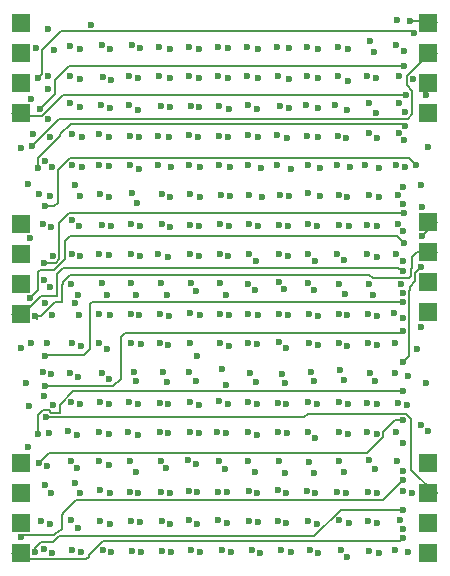
<source format=gbr>
%TF.GenerationSoftware,KiCad,Pcbnew,8.0.2*%
%TF.CreationDate,2024-06-24T13:44:32+02:00*%
%TF.ProjectId,PixelDisplay,50697865-6c44-4697-9370-6c61792e6b69,rev?*%
%TF.SameCoordinates,Original*%
%TF.FileFunction,Copper,L2,Inr*%
%TF.FilePolarity,Positive*%
%FSLAX46Y46*%
G04 Gerber Fmt 4.6, Leading zero omitted, Abs format (unit mm)*
G04 Created by KiCad (PCBNEW 8.0.2) date 2024-06-24 13:44:32*
%MOMM*%
%LPD*%
G01*
G04 APERTURE LIST*
%TA.AperFunction,CastellatedPad*%
%ADD10R,1.500000X1.500000*%
%TD*%
%TA.AperFunction,ViaPad*%
%ADD11C,0.600000*%
%TD*%
%TA.AperFunction,Conductor*%
%ADD12C,0.200000*%
%TD*%
G04 APERTURE END LIST*
D10*
%TO.N,Vdd_str6*%
%TO.C,J6*%
X135350000Y-83540000D03*
%TO.N,Vss_str6*%
X135350000Y-86080000D03*
%TO.N,din_led_pwm_6*%
X135350000Y-88620000D03*
%TO.N,dout_led_pwm_6*%
X135350000Y-91160000D03*
%TD*%
%TO.N,Vdd_str5*%
%TO.C,J5*%
X169850000Y-91190000D03*
%TO.N,Vss_str5*%
X169850000Y-88650000D03*
%TO.N,din_led_pwm_5*%
X169850000Y-86110000D03*
%TO.N,dout_led_pwm_5*%
X169850000Y-83570000D03*
%TD*%
%TO.N,Vdd_str2*%
%TO.C,J2*%
X169850000Y-53880000D03*
%TO.N,Vss_str2*%
X169850000Y-51340000D03*
%TO.N,din_led_pwm_2*%
X169850000Y-48800000D03*
%TO.N,dout_led_pwm_2*%
X169850000Y-46260000D03*
%TD*%
%TO.N,Vdd_str3*%
%TO.C,J3*%
X135350000Y-63260000D03*
%TO.N,Vss_str3*%
X135350000Y-65800000D03*
%TO.N,din_led_pwm_3*%
X135350000Y-68340000D03*
%TO.N,dout_led_pwm_3*%
X135350000Y-70880000D03*
%TD*%
%TO.N,Vdd_str4*%
%TO.C,J4*%
X169850500Y-70760000D03*
%TO.N,Vss_str4*%
X169850500Y-68220000D03*
%TO.N,din_led_pwm_4*%
X169850500Y-65680000D03*
%TO.N,dout_led_pwm_4*%
X169850500Y-63140000D03*
%TD*%
%TO.N,Vdd_str1*%
%TO.C,J1*%
X135350000Y-46290000D03*
%TO.N,Vss_str1*%
X135350000Y-48830000D03*
%TO.N,din_led_pwm_1*%
X135350000Y-51370000D03*
%TO.N,dout_led_pwm_1*%
X135350000Y-53910000D03*
%TD*%
D11*
%TO.N,Vss_str1*%
X136251352Y-52736215D03*
X164800000Y-53050000D03*
X144730000Y-48170000D03*
X154513213Y-48296785D03*
X147068722Y-50761278D03*
X152160000Y-53280000D03*
X152060000Y-48299998D03*
X154610000Y-53260000D03*
X147040000Y-48299998D03*
X159610000Y-50809498D03*
X139520000Y-48230000D03*
X159510000Y-53250000D03*
X142120000Y-53240000D03*
X157262876Y-53321230D03*
X157060000Y-48299998D03*
X139544108Y-50765892D03*
X157101876Y-50755459D03*
X161990000Y-53250000D03*
X149721439Y-53320179D03*
X137630139Y-46770139D03*
X142324906Y-50840944D03*
X139560000Y-53090000D03*
X167156946Y-48140000D03*
X144523851Y-50726149D03*
X152083465Y-50756535D03*
X162200000Y-48299998D03*
X149580000Y-50809498D03*
X167390000Y-53060000D03*
X154514821Y-50807890D03*
X149580000Y-48299998D03*
X137643987Y-50801324D03*
X142230000Y-48120000D03*
X167390000Y-50809498D03*
X162232951Y-50809498D03*
X159610000Y-48299998D03*
X164900000Y-47830000D03*
X147230000Y-53290000D03*
X164690000Y-50770000D03*
X144500000Y-53230000D03*
%TO.N,Vdd_str1*%
X137682414Y-51910092D03*
X147979252Y-53419002D03*
X155420000Y-48440000D03*
X137674952Y-54422866D03*
X152960000Y-53540000D03*
X147990000Y-48440000D03*
X143013469Y-51138238D03*
X142872411Y-48507055D03*
X147990000Y-50909502D03*
X150466552Y-53418448D03*
X155370000Y-53560000D03*
X150469164Y-50909070D03*
X165419386Y-50944642D03*
X145270000Y-53610000D03*
X168559138Y-51000000D03*
X142924906Y-53470000D03*
X152860000Y-50920000D03*
X141290000Y-46430000D03*
X150470000Y-48510000D03*
X145470000Y-48400002D03*
X158030000Y-51010000D03*
X155419857Y-50900714D03*
X160540000Y-50920000D03*
X167240000Y-46020000D03*
X163060000Y-51150000D03*
X158030000Y-48400002D03*
X165290000Y-48740000D03*
X140329291Y-53402548D03*
X160540000Y-48470000D03*
X140330000Y-50980000D03*
X167910000Y-53840000D03*
X163060000Y-48450000D03*
X158020000Y-53470000D03*
X140330000Y-48510000D03*
X138179999Y-48577539D03*
X145240944Y-50945880D03*
X162970000Y-53620000D03*
X152860000Y-48380000D03*
X167800000Y-48691706D03*
X160490000Y-53500000D03*
X165460000Y-53860000D03*
%TO.N,Vdd_str2*%
X140500000Y-55930202D03*
X150395672Y-55920456D03*
X137817043Y-55917043D03*
X142796172Y-58408961D03*
X167707114Y-61600000D03*
X137791612Y-60923993D03*
X148000000Y-61000000D03*
X167808379Y-56212466D03*
X165640334Y-61050790D03*
X152895707Y-55918279D03*
X155775547Y-61024453D03*
X160675161Y-58524839D03*
X163200000Y-58500000D03*
X142800000Y-61000000D03*
X158065547Y-60949202D03*
X140500000Y-58439702D03*
X138000000Y-58439702D03*
X140394307Y-60945759D03*
X160498053Y-55929205D03*
X153080398Y-58459304D03*
X145400000Y-58600000D03*
X160700000Y-60949202D03*
X148100000Y-58500000D03*
X157900000Y-56000000D03*
X145396008Y-55924204D03*
X165684904Y-58515096D03*
X155665418Y-58534582D03*
X147895777Y-55922434D03*
X153100000Y-60949202D03*
X145200000Y-61500000D03*
X162920386Y-55978025D03*
X155395892Y-55915910D03*
X150500000Y-61000000D03*
X142799666Y-55900881D03*
X167845643Y-58511685D03*
X150555675Y-58444325D03*
X163000000Y-61000000D03*
X165500000Y-56000000D03*
X158200000Y-58600000D03*
X135400000Y-56900000D03*
%TO.N,Vss_str2*%
X144800000Y-60700000D03*
X147278854Y-60793958D03*
X139700000Y-55700000D03*
X164800000Y-55600000D03*
X154700000Y-60849198D03*
X154608009Y-55791991D03*
X149700000Y-60800000D03*
X152309386Y-60863045D03*
X149600000Y-58339698D03*
X149600000Y-55800000D03*
X162100000Y-58339698D03*
X136900000Y-60800000D03*
X147000000Y-55830198D03*
X142000000Y-55700000D03*
X164507851Y-58292149D03*
X164806189Y-60853060D03*
X159700000Y-60700000D03*
X142078854Y-60793958D03*
X167390000Y-55590000D03*
X169640000Y-52380000D03*
X136400000Y-55700000D03*
X139900000Y-60000000D03*
X144600000Y-58339698D03*
X152100000Y-58300000D03*
X137390000Y-58000000D03*
X144600000Y-55830198D03*
X157059325Y-55733517D03*
X167130000Y-58287277D03*
X142000000Y-58339698D03*
X159600000Y-55830198D03*
X159700000Y-58339698D03*
X167305181Y-60851774D03*
X154608009Y-58300000D03*
X139707281Y-58343372D03*
X147000000Y-58339698D03*
X162170390Y-55830198D03*
X157320743Y-60861058D03*
X152100000Y-55830198D03*
X162259708Y-60849741D03*
X157059325Y-58339698D03*
X169800000Y-56800000D03*
%TO.N,Vss_str3*%
X142000000Y-65869898D03*
X169300000Y-61900000D03*
X139650000Y-65860000D03*
X152200099Y-65869901D03*
X157200000Y-63360398D03*
X142203684Y-63362562D03*
X157200000Y-68200000D03*
X157200000Y-65869898D03*
X147300000Y-63300000D03*
X167563741Y-68413826D03*
X164700000Y-63360398D03*
X167300000Y-63300000D03*
X149701070Y-65800000D03*
X162100000Y-65869898D03*
X167100000Y-65869898D03*
X152200000Y-63300000D03*
X136000110Y-59900000D03*
X162326285Y-63369221D03*
X147000000Y-65800000D03*
X144700000Y-63300000D03*
X147200000Y-68300000D03*
X154600000Y-68379398D03*
X139600000Y-68379398D03*
X164802116Y-68382742D03*
X142200000Y-68300000D03*
X152200000Y-68300000D03*
X144700000Y-68300000D03*
X159700000Y-63300000D03*
X159700000Y-68300000D03*
X154700000Y-63300000D03*
X149800000Y-68300000D03*
X164700000Y-65800000D03*
X162321353Y-68387259D03*
X139700000Y-63000000D03*
X144702109Y-65871092D03*
X137200000Y-63300000D03*
X159700000Y-65869898D03*
X154700000Y-65869898D03*
X149701070Y-63360565D03*
X137350000Y-68000000D03*
%TO.N,Vdd_str3*%
X155300000Y-66450000D03*
X147700000Y-69350000D03*
X145421146Y-63506042D03*
X137911515Y-63537172D03*
X157997215Y-63459916D03*
X147800000Y-66100000D03*
X165200000Y-69300000D03*
X155200000Y-68900000D03*
X145119364Y-69300000D03*
X152933063Y-66028857D03*
X137800000Y-68600000D03*
X148011515Y-63537171D03*
X169200000Y-60000000D03*
X160300000Y-66400000D03*
X157993409Y-65969222D03*
X138050000Y-66033803D03*
X160434715Y-63450656D03*
X145445566Y-65969960D03*
X167707114Y-69149997D03*
X162709566Y-66306857D03*
X152700000Y-69300000D03*
X167721107Y-63920623D03*
X153000000Y-63500000D03*
X140383987Y-66014166D03*
X142980697Y-63460402D03*
X150436579Y-63507297D03*
X160200000Y-68900000D03*
X155421146Y-63506042D03*
X157668523Y-68785653D03*
X150436579Y-66000000D03*
X140200000Y-69300000D03*
X142609614Y-69300000D03*
X163099898Y-63460504D03*
X165500000Y-63500000D03*
X150200000Y-69000000D03*
X162800000Y-69200000D03*
X140316542Y-63440199D03*
X165500000Y-66100000D03*
X142785385Y-65934805D03*
X167707114Y-66400000D03*
%TO.N,Vdd_str4*%
X167705234Y-71299520D03*
X160536085Y-73504857D03*
X145119364Y-76600000D03*
X138000000Y-71000000D03*
X142900000Y-71000000D03*
X168100000Y-76200000D03*
X165500000Y-71100000D03*
X147839817Y-73523280D03*
X160200000Y-76600000D03*
X137911515Y-76037171D03*
X153000000Y-73600000D03*
X160500000Y-71100000D03*
X135400000Y-73800000D03*
X145400000Y-71000000D03*
X157800000Y-73800000D03*
X165300000Y-76600000D03*
X140170823Y-76235411D03*
X147900000Y-71100000D03*
X155400000Y-71000000D03*
X140411515Y-73637171D03*
X152700000Y-76900000D03*
X155346722Y-73470069D03*
X157700000Y-76800000D03*
X155300000Y-76700000D03*
X162978474Y-73662868D03*
X165510918Y-73501483D03*
X137600000Y-73400000D03*
X163000000Y-71000000D03*
X145500000Y-73500102D03*
X142609614Y-73900000D03*
X158000000Y-71000000D03*
X162700000Y-76500000D03*
X150300000Y-74461149D03*
X142800000Y-76400000D03*
X150500000Y-71000000D03*
X140300000Y-71000000D03*
X168900000Y-73900000D03*
X147700000Y-76700000D03*
X153000000Y-71000000D03*
X150200000Y-76600000D03*
%TO.N,Vss_str4*%
X159792785Y-73404806D03*
X136200000Y-73400000D03*
X137200000Y-75800000D03*
X139900000Y-70000000D03*
X152400000Y-75600000D03*
X154600000Y-70890598D03*
X167023834Y-73358754D03*
X157200000Y-70890598D03*
X144649997Y-70890598D03*
X137400000Y-70000000D03*
X162400000Y-75700000D03*
X162275417Y-73401689D03*
X152200030Y-73400000D03*
X164763230Y-70890878D03*
X154600000Y-73400000D03*
X144708593Y-73401812D03*
X144900000Y-75800000D03*
X162260202Y-70876700D03*
X149600000Y-75800000D03*
X167027790Y-75872210D03*
X159900000Y-75800000D03*
X139700000Y-73400000D03*
X169267172Y-72012929D03*
X154800000Y-75900000D03*
X164767737Y-73400560D03*
X147400000Y-75800000D03*
X159778906Y-70893503D03*
X157500000Y-76000000D03*
X166982589Y-70808009D03*
X142000000Y-73400000D03*
X164900000Y-75900000D03*
X157200000Y-73300000D03*
X142200000Y-75900000D03*
X142000000Y-70890598D03*
X147100000Y-70890598D03*
X149700000Y-70800000D03*
X139500000Y-75900000D03*
X147100000Y-73400098D03*
X149703171Y-73400326D03*
X152200030Y-70890601D03*
%TO.N,Net-(ICled2-DI)*%
X136960000Y-53570000D03*
X167800000Y-49890000D03*
%TO.N,Net-(ICled1-DI)*%
X136800000Y-50909502D03*
X168658737Y-47098253D03*
%TO.N,Net-(ICled41-DI)*%
X168800000Y-58300000D03*
X137400000Y-61800000D03*
%TO.N,Vdd_str5*%
X142842465Y-81100000D03*
X165300000Y-84000000D03*
X160441526Y-78512442D03*
X137600000Y-83800000D03*
X145119364Y-84300000D03*
X142800000Y-83700000D03*
X168035570Y-78609069D03*
X160300000Y-81400000D03*
X137700000Y-81000000D03*
X165498004Y-81100000D03*
X152752732Y-80957185D03*
X155339798Y-81200000D03*
X145275981Y-81200000D03*
X155158364Y-84300000D03*
X147845744Y-81010084D03*
X140099864Y-83985653D03*
X157700000Y-84400000D03*
X140397933Y-78517795D03*
X157849418Y-81000303D03*
X152648614Y-84000000D03*
X147845247Y-78505120D03*
X138090747Y-78609253D03*
X162700000Y-84300000D03*
X136045671Y-78673496D03*
X157846185Y-78519383D03*
X150421146Y-78606042D03*
X142842465Y-78506066D03*
X150200000Y-83600000D03*
X155339798Y-78523300D03*
X167707114Y-81800000D03*
X163039222Y-78526703D03*
X167707114Y-84249997D03*
X160200000Y-84400000D03*
X147668523Y-83985653D03*
X140100000Y-81200000D03*
X163039222Y-81100000D03*
X165498004Y-78518086D03*
X150445629Y-81028335D03*
X145275981Y-78516564D03*
X152869483Y-78501876D03*
%TO.N,Vss_str5*%
X164700000Y-78420798D03*
X144603590Y-83396410D03*
X152003339Y-80926959D03*
X164800000Y-83300000D03*
X159711647Y-83439798D03*
X149702036Y-80930492D03*
X147200000Y-83400000D03*
X142000000Y-83400000D03*
X157102690Y-78420798D03*
X167107114Y-80900000D03*
X147100000Y-78420798D03*
X167308816Y-78423779D03*
X137300000Y-77900000D03*
X141968690Y-80930298D03*
X152100000Y-78300000D03*
X149700000Y-78400000D03*
X149500000Y-83300000D03*
X144543190Y-78356810D03*
X154600000Y-78400000D03*
X154600000Y-80930298D03*
X162300000Y-83400000D03*
X167200000Y-83400000D03*
X139600000Y-83400000D03*
X159700000Y-80900000D03*
X139328964Y-80801334D03*
X139600000Y-78400000D03*
X154600000Y-83400000D03*
X162300000Y-80900000D03*
X136000000Y-82200000D03*
X144423565Y-80876435D03*
X147100000Y-80930298D03*
X157102690Y-80930298D03*
X164700000Y-80930298D03*
X142100000Y-78400000D03*
X135800000Y-76800000D03*
X157200000Y-83400000D03*
X159700000Y-78400000D03*
X162300000Y-78400000D03*
X152100000Y-83400000D03*
%TO.N,Vdd_str6*%
X143021146Y-91106042D03*
X157800000Y-86100000D03*
X160409617Y-88703290D03*
X157839031Y-88607819D03*
X168457784Y-86090745D03*
X140400000Y-86100000D03*
X152798083Y-86003851D03*
X155404208Y-88548281D03*
X142900000Y-88700000D03*
X148053464Y-91070002D03*
X160300000Y-86100000D03*
X140200000Y-89000000D03*
X150296337Y-86007738D03*
X145459518Y-88560394D03*
X165652148Y-91117854D03*
X137895100Y-86048744D03*
X168100000Y-91100000D03*
X150521146Y-91106042D03*
X145543899Y-91106909D03*
X165494318Y-88600000D03*
X152798083Y-88600000D03*
X169200000Y-80300000D03*
X137796559Y-88738543D03*
X142900000Y-86100000D03*
X167707261Y-89140778D03*
X155616605Y-91121311D03*
X163100000Y-88600000D03*
X162900000Y-86100000D03*
X145300000Y-86100000D03*
X153121146Y-91106042D03*
X158200000Y-91070002D03*
X165494318Y-86047864D03*
X162968523Y-91485653D03*
X147987427Y-88687023D03*
X160511515Y-91137171D03*
X140441242Y-91069919D03*
X150296337Y-88700000D03*
X137970823Y-91135411D03*
X155390421Y-86035271D03*
X148000000Y-86100000D03*
%TO.N,Net-(ICled116-DO)*%
X136125166Y-69539297D03*
X167800000Y-64900000D03*
%TO.N,Vss_str6*%
X142100000Y-85800000D03*
X137400000Y-85400000D03*
X152048096Y-85950998D03*
X139600000Y-88400000D03*
X144803016Y-90990305D03*
X152400000Y-90900000D03*
X159700000Y-88460498D03*
X157400000Y-90900000D03*
X167500000Y-88400000D03*
X166994965Y-90905035D03*
X137300000Y-90800000D03*
X162160202Y-85950998D03*
X157103640Y-85821455D03*
X139700000Y-90900000D03*
X164746091Y-88460498D03*
X164803322Y-90973491D03*
X159800000Y-90900000D03*
X169800000Y-80800000D03*
X142300000Y-90900000D03*
X152048096Y-88400000D03*
X154659360Y-88460498D03*
X149558283Y-88400000D03*
X164746091Y-85950998D03*
X149800000Y-90900000D03*
X159579316Y-85892350D03*
X167727364Y-85920483D03*
X162500000Y-90900000D03*
X162300000Y-88400000D03*
X144713550Y-88462673D03*
X142100000Y-88460498D03*
X144560202Y-85950998D03*
X147269603Y-88469691D03*
X137100000Y-88460498D03*
X154659360Y-85867778D03*
X139900000Y-85200000D03*
X147303582Y-90987555D03*
X147263381Y-85958960D03*
X157103640Y-88460498D03*
X169700000Y-76800000D03*
X154900000Y-90900000D03*
X149558283Y-85874396D03*
%TO.N,Net-(ICled119-DI)*%
X167707114Y-72400000D03*
X137362778Y-76989748D03*
%TO.N,din_led_pwm_1*%
X136637651Y-48400000D03*
%TO.N,Net-(ICled158-DI)*%
X136896580Y-83539800D03*
X167707114Y-79900000D03*
%TO.N,Net-(ICled197-DI)*%
X136550002Y-91070002D03*
X167707114Y-87500000D03*
%TO.N,Net-(ICled40-DI)*%
X167858523Y-54960000D03*
X136790000Y-58570000D03*
%TO.N,dout_led_pwm_1*%
X167959138Y-52388716D03*
%TO.N,din_led_pwm_2*%
X136262468Y-56693799D03*
%TO.N,dout_led_pwm_2*%
X167707114Y-60130000D03*
X168310000Y-46130000D03*
%TO.N,Net-(ICled118-DI)*%
X137369657Y-74482546D03*
X167707114Y-69900000D03*
%TO.N,din_led_pwm_3*%
X136122004Y-64521928D03*
%TO.N,Net-(ICled115-DO)*%
X137300000Y-66600000D03*
X167771245Y-62347255D03*
%TO.N,dout_led_pwm_3*%
X167705343Y-67299525D03*
%TO.N,Net-(ICled157-DI)*%
X136800000Y-81100000D03*
X167707114Y-77400000D03*
%TO.N,din_led_pwm_5*%
X137491885Y-79600723D03*
%TO.N,din_led_pwm_4*%
X136550002Y-71100000D03*
%TO.N,dout_led_pwm_4*%
X167707114Y-75000000D03*
X169197114Y-66978552D03*
X169300000Y-64300000D03*
%TO.N,Net-(ICled196-DI)*%
X167707114Y-85000000D03*
X135402182Y-89820000D03*
%TO.N,dout_led_pwm_6*%
X167705401Y-89890778D03*
%TD*%
D12*
%TO.N,Net-(ICled2-DI)*%
X138232414Y-52297586D02*
X136960000Y-53570000D01*
X139460000Y-49890000D02*
X138232414Y-51117586D01*
X138232414Y-51117586D02*
X138232414Y-52297586D01*
X167800000Y-49890000D02*
X139460000Y-49890000D01*
%TO.N,Net-(ICled1-DI)*%
X137150000Y-50559502D02*
X137150000Y-48600000D01*
X138770000Y-46980000D02*
X168540484Y-46980000D01*
X137150000Y-48600000D02*
X138770000Y-46980000D01*
X168540484Y-46980000D02*
X168658737Y-47098253D01*
X136800000Y-50909502D02*
X137150000Y-50559502D01*
%TO.N,Net-(ICled41-DI)*%
X138500000Y-58717520D02*
X138500000Y-61500000D01*
X138200000Y-61800000D02*
X137400000Y-61800000D01*
X168237277Y-57737277D02*
X139480243Y-57737277D01*
X168800000Y-58300000D02*
X168237277Y-57737277D01*
X138500000Y-61500000D02*
X138200000Y-61800000D01*
X139480243Y-57737277D02*
X138500000Y-58717520D01*
%TO.N,Net-(ICled116-DO)*%
X139500000Y-64300000D02*
X139100000Y-64700000D01*
X139100000Y-66300000D02*
X138200000Y-67200000D01*
X136800000Y-67500000D02*
X136800000Y-68864463D01*
X167800000Y-64900000D02*
X167200000Y-64300000D01*
X167200000Y-64300000D02*
X140100000Y-64300000D01*
X139100000Y-64700000D02*
X139100000Y-66300000D01*
X136800000Y-68864463D02*
X136125166Y-69539297D01*
X137000000Y-67200000D02*
X136800000Y-67400000D01*
X136800000Y-67400000D02*
X136800000Y-67500000D01*
X138200000Y-67200000D02*
X137000000Y-67200000D01*
X140100000Y-64300000D02*
X139500000Y-64300000D01*
%TO.N,Net-(ICled119-DI)*%
X166800000Y-72500000D02*
X144200000Y-72500000D01*
X137373030Y-77000000D02*
X137362778Y-76989748D01*
X144200000Y-72500000D02*
X143800000Y-72900000D01*
X167707114Y-72400000D02*
X167607114Y-72500000D01*
X143800000Y-76400000D02*
X143200000Y-77000000D01*
X143200000Y-77000000D02*
X137373030Y-77000000D01*
X143800000Y-72900000D02*
X143800000Y-76400000D01*
X167607114Y-72500000D02*
X166800000Y-72500000D01*
%TO.N,Net-(ICled158-DI)*%
X164700000Y-82700000D02*
X138100000Y-82700000D01*
X167707114Y-79900000D02*
X167020186Y-79900000D01*
X166048004Y-81351996D02*
X164700000Y-82700000D01*
X166048004Y-80872182D02*
X166048004Y-81351996D01*
X167020186Y-79900000D02*
X166048004Y-80872182D01*
X137736380Y-82700000D02*
X136896580Y-83539800D01*
X138100000Y-82700000D02*
X137736380Y-82700000D01*
%TO.N,Net-(ICled197-DI)*%
X137072182Y-90250000D02*
X136550002Y-90772180D01*
X167707114Y-87500000D02*
X162422182Y-87500000D01*
X138550000Y-89750000D02*
X138050000Y-90250000D01*
X162422182Y-87500000D02*
X160172182Y-89750000D01*
X136550002Y-90772180D02*
X136550002Y-91070002D01*
X138050000Y-90250000D02*
X137072182Y-90250000D01*
X160172182Y-89750000D02*
X138550000Y-89750000D01*
%TO.N,Net-(ICled40-DI)*%
X136790000Y-57710000D02*
X136790000Y-58570000D01*
X137511904Y-57000000D02*
X137500000Y-57000000D01*
X167707364Y-54830000D02*
X139570000Y-54830000D01*
X138700000Y-55811904D02*
X137511904Y-57000000D01*
X137500000Y-57000000D02*
X136790000Y-57710000D01*
X139570000Y-54830000D02*
X138700000Y-55700000D01*
X167837364Y-54960000D02*
X167707364Y-54830000D01*
X167858523Y-54960000D02*
X167837364Y-54960000D01*
X138700000Y-55700000D02*
X138700000Y-55811904D01*
%TO.N,dout_led_pwm_1*%
X167959138Y-52388716D02*
X138931284Y-52388716D01*
X137170000Y-54150000D02*
X134840000Y-54150000D01*
X134840000Y-54150000D02*
X134600000Y-53910000D01*
X138931284Y-52388716D02*
X137170000Y-54150000D01*
%TO.N,din_led_pwm_2*%
X138546267Y-54410000D02*
X136262468Y-56693799D01*
X168509138Y-54018680D02*
X168117818Y-54410000D01*
X168009138Y-50772182D02*
X168009138Y-51559138D01*
X168117818Y-54410000D02*
X138546267Y-54410000D01*
X168509138Y-52059138D02*
X168509138Y-54018680D01*
X168009138Y-51559138D02*
X168509138Y-52059138D01*
X170600000Y-48800000D02*
X169981320Y-48800000D01*
X169981320Y-48800000D02*
X168009138Y-50772182D01*
%TO.N,dout_led_pwm_2*%
X170600000Y-46260000D02*
X170420000Y-46080000D01*
X170420000Y-46080000D02*
X168490000Y-46080000D01*
X168490000Y-46080000D02*
X168440000Y-46130000D01*
X168440000Y-46130000D02*
X168310000Y-46130000D01*
%TO.N,Net-(ICled118-DI)*%
X141400000Y-69900000D02*
X141300000Y-70000000D01*
X137452203Y-74400000D02*
X137369657Y-74482546D01*
X140700000Y-74400000D02*
X137452203Y-74400000D01*
X167707114Y-69900000D02*
X141400000Y-69900000D01*
X141200000Y-73900000D02*
X140700000Y-74400000D01*
X141200000Y-70100000D02*
X141200000Y-73900000D01*
X141300000Y-70000000D02*
X141200000Y-70100000D01*
%TO.N,Net-(ICled115-DO)*%
X138600000Y-66300000D02*
X138300000Y-66600000D01*
X138000000Y-66600000D02*
X137300000Y-66600000D01*
X167771245Y-62347255D02*
X139452745Y-62347255D01*
X139452745Y-62347255D02*
X138600000Y-63200000D01*
X138300000Y-66600000D02*
X138000000Y-66600000D01*
X138600000Y-63200000D02*
X138600000Y-66300000D01*
%TO.N,dout_led_pwm_3*%
X167300000Y-67000000D02*
X138894974Y-67000000D01*
X135562281Y-70880000D02*
X134600000Y-70880000D01*
X167705343Y-67299525D02*
X167599525Y-67299525D01*
X138400000Y-67494974D02*
X138400000Y-69400000D01*
X138400000Y-69400000D02*
X137042281Y-69400000D01*
X137042281Y-69400000D02*
X135562281Y-70880000D01*
X167599525Y-67299525D02*
X167300000Y-67000000D01*
X138894974Y-67000000D02*
X138400000Y-67494974D01*
%TO.N,Net-(ICled157-DI)*%
X139772182Y-77450000D02*
X138640747Y-78581435D01*
X136800000Y-79500000D02*
X136800000Y-81100000D01*
X138640747Y-78581435D02*
X138640747Y-79259253D01*
X137719703Y-79050723D02*
X137249277Y-79050723D01*
X138640747Y-79259253D02*
X137928233Y-79259253D01*
X137928233Y-79259253D02*
X137719703Y-79050723D01*
X137249277Y-79050723D02*
X136800000Y-79500000D01*
X167707114Y-77400000D02*
X167657114Y-77450000D01*
X167657114Y-77450000D02*
X139772182Y-77450000D01*
%TO.N,din_led_pwm_5*%
X170390000Y-86110000D02*
X170600000Y-86110000D01*
X137491885Y-79600723D02*
X137563344Y-79672182D01*
X170000000Y-86700000D02*
X170700000Y-86000000D01*
X159672182Y-79350000D02*
X167950000Y-79350000D01*
X168400000Y-84120000D02*
X170390000Y-86110000D01*
X168400000Y-79800000D02*
X168400000Y-84120000D01*
X159350000Y-79672182D02*
X159672182Y-79350000D01*
X137563344Y-79672182D02*
X159350000Y-79672182D01*
X167950000Y-79350000D02*
X168400000Y-79800000D01*
%TO.N,din_led_pwm_4*%
X138900000Y-68200000D02*
X138900000Y-68400000D01*
X168400000Y-67100000D02*
X168400000Y-67670500D01*
X168400000Y-67670500D02*
X168206674Y-67863826D01*
X168500000Y-66100000D02*
X168500000Y-67000000D01*
X136750002Y-71300000D02*
X136550002Y-71100000D01*
X168206674Y-67863826D02*
X165136174Y-67863826D01*
X137077818Y-71100000D02*
X136550002Y-71100000D01*
X170600500Y-65680000D02*
X168920000Y-65680000D01*
X168920000Y-65680000D02*
X168500000Y-66100000D01*
X168500000Y-67000000D02*
X168400000Y-67100000D01*
X164872348Y-67600000D02*
X139500000Y-67600000D01*
X165136174Y-67863826D02*
X164872348Y-67600000D01*
X138800000Y-68500000D02*
X138800000Y-69900000D01*
X138277818Y-69900000D02*
X137077818Y-71100000D01*
X139500000Y-67600000D02*
X138900000Y-68200000D01*
X138900000Y-68400000D02*
X138800000Y-68500000D01*
X138800000Y-69900000D02*
X138277818Y-69900000D01*
%TO.N,dout_led_pwm_4*%
X169197114Y-66978552D02*
X168750000Y-67425666D01*
X168750000Y-68150000D02*
X168300000Y-68600000D01*
X168300000Y-68600000D02*
X168300000Y-68900000D01*
X168257114Y-74450000D02*
X167707114Y-75000000D01*
X170460000Y-63140000D02*
X169300000Y-64300000D01*
X168750000Y-67425666D02*
X168750000Y-68150000D01*
X168300000Y-68900000D02*
X168257114Y-68942886D01*
X170600500Y-63140000D02*
X170460000Y-63140000D01*
X168257114Y-68942886D02*
X168257114Y-74450000D01*
%TO.N,Net-(ICled196-DI)*%
X138500000Y-89400000D02*
X138400000Y-89400000D01*
X138800000Y-89100000D02*
X138500000Y-89400000D01*
X138400000Y-89400000D02*
X138180000Y-89620000D01*
X166057114Y-86650000D02*
X140050000Y-86650000D01*
X167707114Y-85000000D02*
X166057114Y-86650000D01*
X138800000Y-87900000D02*
X138800000Y-89100000D01*
X138180000Y-89620000D02*
X135602182Y-89620000D01*
X139000000Y-87700000D02*
X138800000Y-87900000D01*
X135602182Y-89620000D02*
X135402182Y-89820000D01*
X140050000Y-86650000D02*
X139000000Y-87700000D01*
%TO.N,dout_led_pwm_6*%
X141100000Y-91322182D02*
X142322182Y-90100000D01*
X135785411Y-91685411D02*
X140914589Y-91685411D01*
X140914589Y-91685411D02*
X141100000Y-91500000D01*
X167496179Y-90100000D02*
X167705401Y-89890778D01*
X142322182Y-90100000D02*
X167496179Y-90100000D01*
X134600000Y-91160000D02*
X135260000Y-91160000D01*
X135260000Y-91160000D02*
X135785411Y-91685411D01*
X141100000Y-91500000D02*
X141100000Y-91322182D01*
%TD*%
M02*

</source>
